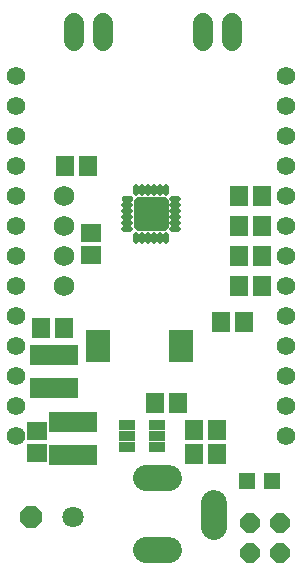
<source format=gbr>
G04 EAGLE Gerber RS-274X export*
G75*
%MOIN*%
%FSLAX25Y25*%
%LPD*%
%INSoldermask Top*%
%IPPOS*%
%AMOC8*
5,1,8,0,0,1.08239X$1,22.5*%
G01*
%ADD10C,0.086740*%
%ADD11P,0.076850X8X202.500000*%
%ADD12C,0.071000*%
%ADD13R,0.059181X0.067055*%
%ADD14R,0.078866X0.070992*%
%ADD15R,0.067055X0.059181*%
%ADD16R,0.084000X0.108000*%
%ADD17R,0.055244X0.055244*%
%ADD18C,0.068000*%
%ADD19R,0.058000X0.033000*%
%ADD20C,0.061465*%
%ADD21C,0.014000*%
%ADD22C,0.020000*%
%ADD23C,0.034500*%
%ADD24P,0.069273X8X22.500000*%
%ADD25C,0.068000*%


D10*
X50063Y32000D02*
X57937Y32000D01*
X72898Y23543D02*
X72898Y15669D01*
X57937Y8000D02*
X50063Y8000D01*
D11*
X12000Y19000D03*
D12*
X26000Y19000D03*
D13*
X15260Y82000D03*
X22740Y82000D03*
D14*
X15598Y73024D03*
X15598Y62000D03*
X23598Y73024D03*
X23598Y62000D03*
D13*
X75260Y84000D03*
X82740Y84000D03*
D15*
X14000Y40260D03*
X14000Y47740D03*
D14*
X30000Y39488D03*
X30000Y50512D03*
X22000Y39488D03*
X22000Y50512D03*
D13*
X60740Y57000D03*
X53260Y57000D03*
D16*
X61780Y76000D03*
X34220Y76000D03*
D17*
X83866Y31000D03*
X92134Y31000D03*
D18*
X35921Y177500D02*
X35921Y183500D01*
X26079Y183500D02*
X26079Y177500D01*
X78921Y177500D02*
X78921Y183500D01*
X69079Y183500D02*
X69079Y177500D01*
D13*
X66260Y40000D03*
X73740Y40000D03*
X66260Y48000D03*
X73740Y48000D03*
X81260Y96000D03*
X88740Y96000D03*
X81260Y106000D03*
X88740Y106000D03*
X81260Y116000D03*
X88740Y116000D03*
X81260Y126000D03*
X88740Y126000D03*
D19*
X54000Y49740D03*
X54000Y46000D03*
X54000Y42260D03*
X44000Y42260D03*
X44000Y46000D03*
X44000Y49740D03*
D20*
X7000Y106000D03*
X7000Y116000D03*
X7000Y126000D03*
X7000Y136000D03*
X7000Y146000D03*
X7000Y156000D03*
X7000Y166000D03*
X7000Y96000D03*
X7000Y86000D03*
X7000Y76000D03*
X7000Y66000D03*
X7000Y56000D03*
X7000Y46000D03*
X97000Y106000D03*
X97000Y96000D03*
X97000Y86000D03*
X97000Y76000D03*
X97000Y66000D03*
X97000Y56000D03*
X97000Y46000D03*
X97000Y116000D03*
X97000Y126000D03*
X97000Y136000D03*
X97000Y146000D03*
X97000Y156000D03*
X97000Y166000D03*
D21*
X45300Y124700D02*
X42700Y124700D01*
X42700Y125300D01*
X45300Y125300D01*
X45300Y124700D01*
D22*
X45000Y123000D02*
X43000Y123000D01*
X43000Y121000D02*
X45000Y121000D01*
X45000Y119000D02*
X43000Y119000D01*
X43000Y117000D02*
X45000Y117000D01*
X45000Y115000D02*
X43000Y115000D01*
X47000Y113000D02*
X47000Y111000D01*
X49000Y111000D02*
X49000Y113000D01*
X51000Y113000D02*
X51000Y111000D01*
X53000Y111000D02*
X53000Y113000D01*
X55000Y113000D02*
X55000Y111000D01*
X57000Y111000D02*
X57000Y113000D01*
X59000Y115000D02*
X61000Y115000D01*
X61000Y117000D02*
X59000Y117000D01*
X59000Y119000D02*
X61000Y119000D01*
X61000Y121000D02*
X59000Y121000D01*
X59000Y123000D02*
X61000Y123000D01*
X61000Y125000D02*
X59000Y125000D01*
X57000Y127000D02*
X57000Y129000D01*
X55000Y129000D02*
X55000Y127000D01*
X53000Y127000D02*
X53000Y129000D01*
X51000Y129000D02*
X51000Y127000D01*
X49000Y127000D02*
X49000Y129000D01*
X47000Y129000D02*
X47000Y127000D01*
D23*
X47975Y115975D02*
X56025Y115975D01*
X47975Y115975D02*
X47975Y124025D01*
X56025Y124025D01*
X56025Y115975D01*
X56025Y119252D02*
X47975Y119252D01*
X47975Y122529D02*
X56025Y122529D01*
D15*
X32000Y113740D03*
X32000Y106260D03*
D13*
X30740Y136000D03*
X23260Y136000D03*
D24*
X85000Y7000D03*
X85000Y17000D03*
X95000Y7000D03*
X95000Y17000D03*
D25*
X23000Y126000D03*
X23000Y116000D03*
X23000Y106000D03*
X23000Y96000D03*
M02*

</source>
